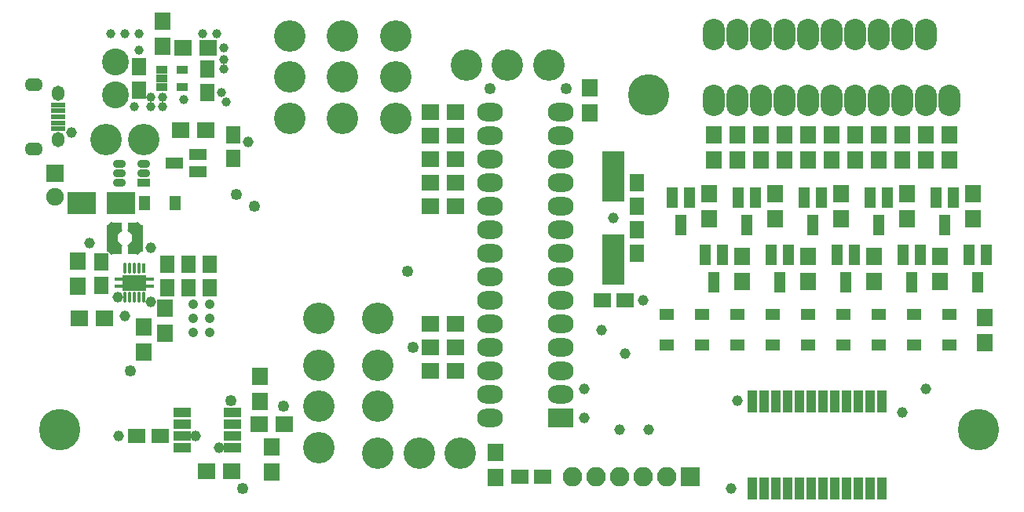
<source format=gbr>
G04 #@! TF.FileFunction,Soldermask,Top*
%FSLAX46Y46*%
G04 Gerber Fmt 4.6, Leading zero omitted, Abs format (unit mm)*
G04 Created by KiCad (PCBNEW 4.0.5) date 04/03/17 19:29:13*
%MOMM*%
%LPD*%
G01*
G04 APERTURE LIST*
%ADD10C,0.100000*%
%ADD11C,4.464000*%
%ADD12R,1.000000X2.400000*%
%ADD13R,1.650000X1.900000*%
%ADD14C,2.900000*%
%ADD15R,1.950000X1.000000*%
%ADD16R,1.600000X1.300000*%
%ADD17R,1.300000X1.600000*%
%ADD18R,2.800000X2.000000*%
%ADD19O,2.800000X2.000000*%
%ADD20R,1.300000X2.940000*%
%ADD21R,1.280000X1.100000*%
%ADD22R,2.100000X2.100000*%
%ADD23O,2.100000X2.100000*%
%ADD24R,3.051760X2.429460*%
%ADD25C,3.400000*%
%ADD26R,1.200000X2.300000*%
%ADD27R,1.400000X0.908000*%
%ADD28O,1.400000X0.908000*%
%ADD29R,1.900000X1.650000*%
%ADD30R,1.700000X1.900000*%
%ADD31R,1.900000X1.700000*%
%ADD32R,2.540000X1.790000*%
%ADD33R,0.990000X0.420000*%
%ADD34R,0.420000X1.140000*%
%ADD35O,0.420000X1.140000*%
%ADD36C,0.540000*%
%ADD37O,2.400000X3.400000*%
%ADD38R,1.900000X1.200000*%
%ADD39R,2.400000X5.400000*%
%ADD40R,1.260000X0.850000*%
%ADD41R,1.900000X1.900000*%
%ADD42C,1.900000*%
%ADD43R,1.490000X0.540000*%
%ADD44O,1.350000X1.650000*%
%ADD45O,1.950000X1.400000*%
%ADD46C,1.150000*%
%ADD47C,1.000000*%
%ADD48C,1.050000*%
%ADD49C,1.250000*%
G04 APERTURE END LIST*
D10*
D11*
X158115000Y-87630000D03*
X193675000Y-123825000D03*
D12*
X183261000Y-120776000D03*
X181991000Y-120776000D03*
X180721000Y-120776000D03*
X179451000Y-120776000D03*
X178181000Y-120776000D03*
X176911000Y-120776000D03*
X175641000Y-120776000D03*
X174371000Y-120776000D03*
X173101000Y-120776000D03*
X171831000Y-120776000D03*
X170561000Y-120776000D03*
X169291000Y-120776000D03*
X169291000Y-130176000D03*
X170561000Y-130176000D03*
X171831000Y-130176000D03*
X173101000Y-130176000D03*
X174371000Y-130176000D03*
X175641000Y-130176000D03*
X176911000Y-130176000D03*
X178181000Y-130176000D03*
X179451000Y-130176000D03*
X180721000Y-130176000D03*
X181991000Y-130176000D03*
X183261000Y-130176000D03*
D13*
X156845000Y-97175000D03*
X156845000Y-99675000D03*
D14*
X100584000Y-87630000D03*
X100584000Y-84074000D03*
D15*
X113190000Y-125730000D03*
X113190000Y-124460000D03*
X113190000Y-123190000D03*
X113190000Y-121920000D03*
X107790000Y-121920000D03*
X107790000Y-123190000D03*
X107790000Y-124460000D03*
X107790000Y-125730000D03*
D16*
X160020000Y-111380000D03*
X160020000Y-114680000D03*
X167640000Y-111380000D03*
X167640000Y-114680000D03*
X175260000Y-111380000D03*
X175260000Y-114680000D03*
X182880000Y-111380000D03*
X182880000Y-114680000D03*
X190500000Y-111380000D03*
X190500000Y-114680000D03*
X163830000Y-111380000D03*
X163830000Y-114680000D03*
X171450000Y-111380000D03*
X171450000Y-114680000D03*
X179070000Y-111380000D03*
X179070000Y-114680000D03*
X186690000Y-111380000D03*
X186690000Y-114680000D03*
D17*
X103760000Y-99314000D03*
X107060000Y-99314000D03*
D18*
X148590000Y-122555000D03*
D19*
X140970000Y-89535000D03*
X148590000Y-120015000D03*
X140970000Y-92075000D03*
X148590000Y-117475000D03*
X140970000Y-94615000D03*
X148590000Y-114935000D03*
X140970000Y-97155000D03*
X148590000Y-112395000D03*
X140970000Y-99695000D03*
X148590000Y-109855000D03*
X140970000Y-102235000D03*
X148590000Y-107315000D03*
X140970000Y-104775000D03*
X148590000Y-104775000D03*
X140970000Y-107315000D03*
X148590000Y-102235000D03*
X140970000Y-109855000D03*
X148590000Y-99695000D03*
X140970000Y-112395000D03*
X148590000Y-97155000D03*
X140970000Y-114935000D03*
X148590000Y-94615000D03*
X140970000Y-117475000D03*
X148590000Y-92075000D03*
X140970000Y-120015000D03*
X148590000Y-89535000D03*
X140970000Y-122555000D03*
D20*
X102940000Y-103124000D03*
X100260000Y-103124000D03*
D21*
X102550000Y-104304000D03*
X102550000Y-101944000D03*
X100650000Y-104304000D03*
X100650000Y-101944000D03*
D10*
G36*
X100670918Y-102905998D02*
X100252238Y-102408799D01*
X100949082Y-101822002D01*
X101367762Y-102319201D01*
X100670918Y-102905998D01*
X100670918Y-102905998D01*
G37*
G36*
X102250918Y-104425998D02*
X101832238Y-103928799D01*
X102529082Y-103342002D01*
X102947762Y-103839201D01*
X102250918Y-104425998D01*
X102250918Y-104425998D01*
G37*
G36*
X100252238Y-103839201D02*
X100670918Y-103342002D01*
X101367762Y-103928799D01*
X100949082Y-104425998D01*
X100252238Y-103839201D01*
X100252238Y-103839201D01*
G37*
G36*
X101832238Y-102319201D02*
X102250918Y-101822002D01*
X102947762Y-102408799D01*
X102529082Y-102905998D01*
X101832238Y-102319201D01*
X101832238Y-102319201D01*
G37*
G36*
X102990000Y-104933911D02*
X102450089Y-104394000D01*
X102990000Y-103854089D01*
X103529911Y-104394000D01*
X102990000Y-104933911D01*
X102990000Y-104933911D01*
G37*
G36*
X102990000Y-102393911D02*
X102450089Y-101854000D01*
X102990000Y-101314089D01*
X103529911Y-101854000D01*
X102990000Y-102393911D01*
X102990000Y-102393911D01*
G37*
G36*
X100210000Y-102393911D02*
X99670089Y-101854000D01*
X100210000Y-101314089D01*
X100749911Y-101854000D01*
X100210000Y-102393911D01*
X100210000Y-102393911D01*
G37*
G36*
X100210000Y-104933911D02*
X99670089Y-104394000D01*
X100210000Y-103854089D01*
X100749911Y-104394000D01*
X100210000Y-104933911D01*
X100210000Y-104933911D01*
G37*
D22*
X162560000Y-128905000D03*
D23*
X160020000Y-128905000D03*
X157480000Y-128905000D03*
X154940000Y-128905000D03*
X152400000Y-128905000D03*
X149860000Y-128905000D03*
D24*
X96974660Y-99314000D03*
X101145340Y-99314000D03*
D25*
X130810000Y-90170000D03*
X130810000Y-85725000D03*
X130810000Y-81280000D03*
X125095000Y-90170000D03*
X125095000Y-85725000D03*
X125095000Y-81280000D03*
X119380000Y-90170000D03*
X119380000Y-85725000D03*
X119380000Y-81280000D03*
X128905000Y-111760000D03*
X128905000Y-116840000D03*
X128905000Y-121285000D03*
X137795000Y-126365000D03*
X133350000Y-126365000D03*
X128905000Y-126365000D03*
D26*
X162494000Y-98703000D03*
X160594000Y-98703000D03*
X161544000Y-101703000D03*
X166050000Y-104926000D03*
X164150000Y-104926000D03*
X165100000Y-107926000D03*
X169606000Y-98703000D03*
X167706000Y-98703000D03*
X168656000Y-101703000D03*
X173162000Y-104926000D03*
X171262000Y-104926000D03*
X172212000Y-107926000D03*
X176718000Y-98703000D03*
X174818000Y-98703000D03*
X175768000Y-101703000D03*
X180274000Y-104926000D03*
X178374000Y-104926000D03*
X179324000Y-107926000D03*
X183830000Y-98703000D03*
X181930000Y-98703000D03*
X182880000Y-101703000D03*
X187386000Y-104926000D03*
X185486000Y-104926000D03*
X186436000Y-107926000D03*
X190942000Y-98703000D03*
X189042000Y-98703000D03*
X189992000Y-101703000D03*
X194498000Y-104926000D03*
X192598000Y-104926000D03*
X193548000Y-107926000D03*
D27*
X103608000Y-97120000D03*
D28*
X103608000Y-96120000D03*
X103608000Y-95120000D03*
X100988000Y-95120000D03*
X100988000Y-96120000D03*
X100988000Y-97120000D03*
D25*
X103632000Y-92456000D03*
X99568000Y-92456000D03*
D29*
X153055000Y-109855000D03*
X155555000Y-109855000D03*
X146665000Y-128905000D03*
X144165000Y-128905000D03*
D13*
X156845000Y-104755000D03*
X156845000Y-102255000D03*
D29*
X102890000Y-124460000D03*
X105390000Y-124460000D03*
D13*
X110490000Y-84856000D03*
X110490000Y-87356000D03*
X103124000Y-87102000D03*
X103124000Y-84602000D03*
X113284000Y-91968000D03*
X113284000Y-94468000D03*
X99060000Y-108184000D03*
X99060000Y-105684000D03*
X106172000Y-105938000D03*
X106172000Y-108438000D03*
X108458000Y-105938000D03*
X108458000Y-108438000D03*
X110744000Y-105938000D03*
X110744000Y-108438000D03*
D30*
X141605000Y-126285000D03*
X141605000Y-128985000D03*
D31*
X134540000Y-112395000D03*
X137240000Y-112395000D03*
X134540000Y-114935000D03*
X137240000Y-114935000D03*
X134540000Y-117475000D03*
X137240000Y-117475000D03*
D30*
X151765000Y-86915000D03*
X151765000Y-89615000D03*
D31*
X134540000Y-89535000D03*
X137240000Y-89535000D03*
X134540000Y-92075000D03*
X137240000Y-92075000D03*
X134540000Y-94615000D03*
X137240000Y-94615000D03*
X134540000Y-97155000D03*
X137240000Y-97155000D03*
X134540000Y-99695000D03*
X137240000Y-99695000D03*
X118825000Y-123190000D03*
X116125000Y-123190000D03*
D30*
X116205000Y-120730000D03*
X116205000Y-118030000D03*
D31*
X110410000Y-128270000D03*
X113110000Y-128270000D03*
D30*
X117475000Y-128350000D03*
X117475000Y-125650000D03*
X165100000Y-91995000D03*
X165100000Y-94695000D03*
X167640000Y-91995000D03*
X167640000Y-94695000D03*
X170180000Y-91995000D03*
X170180000Y-94695000D03*
X172720000Y-91995000D03*
X172720000Y-94695000D03*
X175260000Y-91995000D03*
X175260000Y-94695000D03*
X177800000Y-91995000D03*
X177800000Y-94695000D03*
X180340000Y-91995000D03*
X180340000Y-94695000D03*
X182880000Y-91995000D03*
X182880000Y-94695000D03*
X185420000Y-91995000D03*
X185420000Y-94695000D03*
X187960000Y-91995000D03*
X187960000Y-94695000D03*
X190500000Y-91995000D03*
X190500000Y-94695000D03*
X105664000Y-82376000D03*
X105664000Y-79676000D03*
D31*
X107870000Y-82550000D03*
X110570000Y-82550000D03*
X110316000Y-91440000D03*
X107616000Y-91440000D03*
D30*
X96520000Y-105584000D03*
X96520000Y-108284000D03*
D31*
X96694000Y-111760000D03*
X99394000Y-111760000D03*
D30*
X105918000Y-110664000D03*
X105918000Y-113364000D03*
X103632000Y-112696000D03*
X103632000Y-115396000D03*
D32*
X102616000Y-107950000D03*
D33*
X100991000Y-108350000D03*
X100991000Y-107560000D03*
X104241000Y-108340000D03*
X104241000Y-107560000D03*
D34*
X103616000Y-106400000D03*
D35*
X103116000Y-106400000D03*
X102616000Y-106400000D03*
X102116000Y-106400000D03*
X101616000Y-106400000D03*
X101616000Y-109500000D03*
X102116000Y-109500000D03*
X102616000Y-109500000D03*
X103116000Y-109500000D03*
X103616000Y-109500000D03*
D36*
X102616000Y-107950000D03*
X101866000Y-108450000D03*
X103366000Y-108450000D03*
X103366000Y-107450000D03*
X101866000Y-107450000D03*
D37*
X165100000Y-88265000D03*
X167640000Y-88265000D03*
X170180000Y-88265000D03*
X172720000Y-88265000D03*
X175260000Y-88265000D03*
X177800000Y-88265000D03*
X180340000Y-88265000D03*
X182880000Y-88265000D03*
X185420000Y-88265000D03*
X187960000Y-88265000D03*
X190500000Y-88265000D03*
X187960000Y-81153000D03*
X185420000Y-81153000D03*
X182880000Y-81153000D03*
X180340000Y-81153000D03*
X177800000Y-81153000D03*
X175260000Y-81153000D03*
X172720000Y-81153000D03*
X170180000Y-81153000D03*
X167640000Y-81153000D03*
X165100000Y-81153000D03*
D30*
X164592000Y-98345000D03*
X164592000Y-101045000D03*
X168148000Y-105076000D03*
X168148000Y-107776000D03*
X171704000Y-98345000D03*
X171704000Y-101045000D03*
X175260000Y-105076000D03*
X175260000Y-107776000D03*
X178816000Y-98345000D03*
X178816000Y-101045000D03*
X182372000Y-105076000D03*
X182372000Y-107776000D03*
X185928000Y-98345000D03*
X185928000Y-101045000D03*
X189484000Y-105076000D03*
X189484000Y-107776000D03*
X193040000Y-98345000D03*
X193040000Y-101045000D03*
X194310000Y-111680000D03*
X194310000Y-114380000D03*
D11*
X94615000Y-123825000D03*
D38*
X106904000Y-94996000D03*
X109504000Y-95946000D03*
X109504000Y-94046000D03*
D25*
X147320000Y-84455000D03*
X138430000Y-84455000D03*
X142875000Y-84455000D03*
X122555000Y-116840000D03*
X122555000Y-111760000D03*
X122555000Y-125730000D03*
X122555000Y-121285000D03*
D39*
X154305000Y-105465000D03*
X154305000Y-96465000D03*
D40*
X105580000Y-84902000D03*
X105580000Y-85852000D03*
X105580000Y-86802000D03*
X107780000Y-86802000D03*
X107780000Y-84902000D03*
D41*
X94107000Y-96139000D03*
D42*
X94107000Y-98679000D03*
D43*
X94452540Y-88709100D03*
X94452540Y-89359100D03*
X94452540Y-90009100D03*
X94452540Y-90659100D03*
X94452540Y-91309100D03*
D44*
X94452540Y-87509100D03*
X94452540Y-92509100D03*
D45*
X91752540Y-86509100D03*
X91752540Y-93509100D03*
D46*
X111760000Y-125730000D03*
X109220000Y-124460000D03*
X104394000Y-104140000D03*
X104394000Y-109982000D03*
X167640000Y-120650000D03*
X114935000Y-92710000D03*
X100965000Y-124460000D03*
X157480000Y-109855000D03*
X95885000Y-91694000D03*
X154305000Y-100965000D03*
D47*
X100076000Y-81026000D03*
X101600000Y-81026000D03*
X103124000Y-81026000D03*
X103124000Y-82804000D03*
X112268000Y-84836000D03*
X112268000Y-83820000D03*
X112268000Y-82550000D03*
X111506000Y-81026000D03*
X109982000Y-81026000D03*
D48*
X108966000Y-110236000D03*
X108966000Y-111760000D03*
X108966000Y-113284000D03*
X110744000Y-113284000D03*
X110744000Y-111760000D03*
X110744000Y-110236000D03*
D46*
X187960000Y-119380000D03*
X185420000Y-121920000D03*
D49*
X115570000Y-99695000D03*
D46*
X151130000Y-122555000D03*
X151130000Y-119380000D03*
D49*
X113665000Y-98425000D03*
X132080000Y-106680000D03*
D46*
X101600000Y-111506000D03*
X100838000Y-109474000D03*
X97790000Y-103632000D03*
D49*
X132715000Y-114935000D03*
D47*
X107950000Y-88138000D03*
X112522000Y-88392000D03*
X112014000Y-87376000D03*
D49*
X149225000Y-86995000D03*
X140970000Y-86995000D03*
D47*
X104394000Y-87884000D03*
X104394000Y-88900000D03*
X105664000Y-88900000D03*
X105664000Y-87884000D03*
X102616000Y-88900000D03*
D46*
X153035000Y-113030000D03*
X155575000Y-115570000D03*
X167005000Y-130175000D03*
X158115000Y-123825000D03*
X154940000Y-123825000D03*
D49*
X113030000Y-120650000D03*
X118745000Y-121285000D03*
X102235000Y-117475000D03*
X114300000Y-130175000D03*
M02*

</source>
